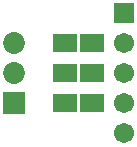
<source format=gbs>
G04*
G04 #@! TF.GenerationSoftware,Altium Limited,Altium Designer,18.1.7 (191)*
G04*
G04 Layer_Color=16711935*
%FSAX25Y25*%
%MOIN*%
G70*
G01*
G75*
%ADD19R,0.06706X0.06706*%
%ADD20C,0.06706*%
%ADD21C,0.07296*%
%ADD22R,0.07296X0.07296*%
%ADD28R,0.08300X0.06300*%
D19*
X0043500Y0050000D02*
D03*
D20*
Y0040000D02*
D03*
Y0030000D02*
D03*
Y0020000D02*
D03*
Y0010000D02*
D03*
D21*
X0007000Y0040000D02*
D03*
Y0030000D02*
D03*
D22*
Y0020000D02*
D03*
D28*
X0024000Y0040000D02*
D03*
Y0020000D02*
D03*
Y0030000D02*
D03*
X0033000Y0020000D02*
D03*
Y0030000D02*
D03*
Y0040000D02*
D03*
M02*

</source>
